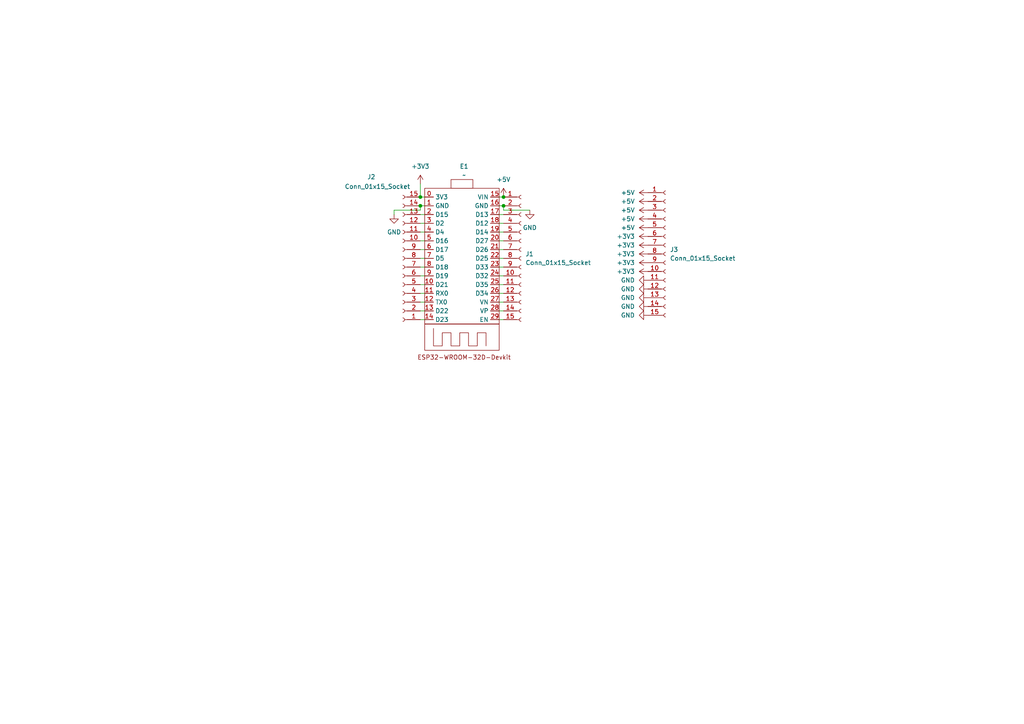
<source format=kicad_sch>
(kicad_sch (version 20250114) (generator "eeschema") (generator_version "9.0")
  (paper "A4")
  (lib_symbols
    (symbol "Connector:Conn_01x15_Socket" (pin_names (offset 1.016) (hide yes))
      (property "Reference" "J" (at 0 20.32 0))
      (property "Value" "Conn_01x15_Socket" (at 0 -20.32 0))
      (symbol "Conn_01x15_Socket_1_1"
        (polyline (pts (xy -1.27 17.78) (xy -0.508 17.78)) (stroke (width 0.1524)))
        (polyline (pts (xy -1.27 15.24) (xy -0.508 15.24)) (stroke (width 0.1524)))
        (polyline (pts (xy -1.27 12.7) (xy -0.508 12.7)) (stroke (width 0.1524)))
        (polyline (pts (xy -1.27 10.16) (xy -0.508 10.16)) (stroke (width 0.1524)))
        (polyline (pts (xy -1.27 7.62) (xy -0.508 7.62)) (stroke (width 0.1524)))
        (polyline (pts (xy -1.27 5.08) (xy -0.508 5.08)) (stroke (width 0.1524)))
        (polyline (pts (xy -1.27 2.54) (xy -0.508 2.54)) (stroke (width 0.1524)))
        (polyline (pts (xy -1.27 0) (xy -0.508 0)) (stroke (width 0.1524)))
        (polyline (pts (xy -1.27 -2.54) (xy -0.508 -2.54)) (stroke (width 0.1524)))
        (polyline (pts (xy -1.27 -5.08) (xy -0.508 -5.08)) (stroke (width 0.1524)))
        (polyline (pts (xy -1.27 -7.62) (xy -0.508 -7.62)) (stroke (width 0.1524)))
        (polyline (pts (xy -1.27 -10.16) (xy -0.508 -10.16)) (stroke (width 0.1524)))
        (polyline (pts (xy -1.27 -12.7) (xy -0.508 -12.7)) (stroke (width 0.1524)))
        (polyline (pts (xy -1.27 -15.24) (xy -0.508 -15.24)) (stroke (width 0.1524)))
        (polyline (pts (xy -1.27 -17.78) (xy -0.508 -17.78)) (stroke (width 0.1524)))
        (arc (start 0 17.272) (mid -0.5058 17.78) (end 0 18.288) (stroke (width 0.1524)))
        (arc (start 0 14.732) (mid -0.5058 15.24) (end 0 15.748) (stroke (width 0.1524)))
        (arc (start 0 12.192) (mid -0.5058 12.7) (end 0 13.208) (stroke (width 0.1524)))
        (arc (start 0 9.652) (mid -0.5058 10.16) (end 0 10.668) (stroke (width 0.1524)))
        (arc (start 0 7.112) (mid -0.5058 7.62) (end 0 8.128) (stroke (width 0.1524)))
        (arc (start 0 4.572) (mid -0.5058 5.08) (end 0 5.588) (stroke (width 0.1524)))
        (arc (start 0 2.032) (mid -0.5058 2.54) (end 0 3.048) (stroke (width 0.1524)))
        (arc (start 0 -0.508) (mid -0.5058 0) (end 0 0.508) (stroke (width 0.1524)))
        (arc (start 0 -3.048) (mid -0.5058 -2.54) (end 0 -2.032) (stroke (width 0.1524)))
        (arc (start 0 -5.588) (mid -0.5058 -5.08) (end 0 -4.572) (stroke (width 0.1524)))
        (arc (start 0 -8.128) (mid -0.5058 -7.62) (end 0 -7.112) (stroke (width 0.1524)))
        (arc (start 0 -10.668) (mid -0.5058 -10.16) (end 0 -9.652) (stroke (width 0.1524)))
        (arc (start 0 -13.208) (mid -0.5058 -12.7) (end 0 -12.192) (stroke (width 0.1524)))
        (arc (start 0 -15.748) (mid -0.5058 -15.24) (end 0 -14.732) (stroke (width 0.1524)))
        (arc (start 0 -18.288) (mid -0.5058 -17.78) (end 0 -17.272) (stroke (width 0.1524)))
        (pin passive line (at -5.08 17.78 0) (length 3.81) (name "Pin_1") (number "1"))
        (pin passive line (at -5.08 15.24 0) (length 3.81) (name "Pin_2") (number "2"))
        (pin passive line (at -5.08 12.7 0) (length 3.81) (name "Pin_3") (number "3"))
        (pin passive line (at -5.08 10.16 0) (length 3.81) (name "Pin_4") (number "4"))
        (pin passive line (at -5.08 7.62 0) (length 3.81) (name "Pin_5") (number "5"))
        (pin passive line (at -5.08 5.08 0) (length 3.81) (name "Pin_6") (number "6"))
        (pin passive line (at -5.08 2.54 0) (length 3.81) (name "Pin_7") (number "7"))
        (pin passive line (at -5.08 0 0) (length 3.81) (name "Pin_8") (number "8"))
        (pin passive line (at -5.08 -2.54 0) (length 3.81) (name "Pin_9") (number "9"))
        (pin passive line (at -5.08 -5.08 0) (length 3.81) (name "Pin_10") (number "10"))
        (pin passive line (at -5.08 -7.62 0) (length 3.81) (name "Pin_11") (number "11"))
        (pin passive line (at -5.08 -10.16 0) (length 3.81) (name "Pin_12") (number "12"))
        (pin passive line (at -5.08 -12.7 0) (length 3.81) (name "Pin_13") (number "13"))
        (pin passive line (at -5.08 -15.24 0) (length 3.81) (name "Pin_14") (number "14"))
        (pin passive line (at -5.08 -17.78 0) (length 3.81) (name "Pin_15") (number "15"))
      )
    )
    (symbol "ESP32-WROOM-32D-Devkit:ESP32-WROOM-32D-Devkit"
      (property "Reference" "E" (at 11.43 -0.508 0))
      (symbol "ESP32-WROOM-32D-Devkit_0_1"
        (rectangle (start 0 48.26) (end 21.59 8.89))
        (rectangle (start 0 8.89) (end 21.59 1.27))
        (polyline (pts (xy 2.54 7.62) (xy 2.54 2.54) (xy 5.08 2.54) (xy 5.08 6.35) (xy 7.62 6.35) (xy 7.62 2.54) (xy 10.16 2.54) (xy 10.16 6.35) (xy 12.7 6.35) (xy 12.7 2.54) (xy 15.24 2.54) (xy 15.24 6.35) (xy 17.78 6.35) (xy 17.78 2.54)))
        (rectangle (start 7.62 48.26) (end 13.97 50.8))
      )
      (symbol "ESP32-WROOM-32D-Devkit_1_1"
        (text "ESP32-WROOM-32D-Devkit" (at 11.43 -0.762 0) (effects (font (size 1.27 1.27))))
        (pin power_out line (at 0 45.72 0) (length 2.54) (name "3V3") (number "0"))
        (pin power_in line (at 0 43.18 0) (length 2.54) (name "GND") (number "1"))
        (pin bidirectional line (at 0 40.64 0) (length 2.54) (name "D15") (number "2"))
        (pin bidirectional line (at 0 38.1 0) (length 2.54) (name "D2") (number "3"))
        (pin bidirectional line (at 0 35.56 0) (length 2.54) (name "D4") (number "4"))
        (pin bidirectional line (at 0 33.02 0) (length 2.54) (name "D16") (number "5"))
        (pin bidirectional line (at 0 30.48 0) (length 2.54) (name "D17") (number "6"))
        (pin bidirectional line (at 0 27.94 0) (length 2.54) (name "D5") (number "7"))
        (pin bidirectional line (at 0 25.4 0) (length 2.54) (name "D18") (number "8"))
        (pin bidirectional line (at 0 22.86 0) (length 2.54) (name "D19") (number "9"))
        (pin bidirectional line (at 0 20.32 0) (length 2.54) (name "D21") (number "10"))
        (pin bidirectional line (at 0 17.78 0) (length 2.54) (name "RX0") (number "11"))
        (pin bidirectional line (at 0 15.24 0) (length 2.54) (name "TX0") (number "12"))
        (pin bidirectional line (at 0 12.7 0) (length 2.54) (name "D22") (number "13"))
        (pin bidirectional line (at 0 10.16 0) (length 2.54) (name "D23") (number "14"))
        (pin power_out line (at 21.59 45.72 180) (length 2.54) (name "VIN") (number "15"))
        (pin power_in line (at 21.59 43.18 180) (length 2.54) (name "GND") (number "16"))
        (pin bidirectional line (at 21.59 40.64 180) (length 2.54) (name "D13") (number "17"))
        (pin bidirectional line (at 21.59 38.1 180) (length 2.54) (name "D12") (number "18"))
        (pin bidirectional line (at 21.59 35.56 180) (length 2.54) (name "D14") (number "19"))
        (pin bidirectional line (at 21.59 33.02 180) (length 2.54) (name "D27") (number "20"))
        (pin bidirectional line (at 21.59 30.48 180) (length 2.54) (name "D26") (number "21"))
        (pin bidirectional line (at 21.59 27.94 180) (length 2.54) (name "D25") (number "22"))
        (pin bidirectional line (at 21.59 25.4 180) (length 2.54) (name "D33") (number "23"))
        (pin bidirectional line (at 21.59 22.86 180) (length 2.54) (name "D32") (number "24"))
        (pin bidirectional line (at 21.59 20.32 180) (length 2.54) (name "D35") (number "25"))
        (pin bidirectional line (at 21.59 17.78 180) (length 2.54) (name "D34") (number "26"))
        (pin bidirectional line (at 21.59 15.24 180) (length 2.54) (name "VN") (number "27"))
        (pin bidirectional line (at 21.59 12.7 180) (length 2.54) (name "VP") (number "28"))
        (pin bidirectional line (at 21.59 10.16 180) (length 2.54) (name "EN") (number "29"))
      )
    )
    (symbol "power:+3V3" (power) (pin_names (offset 0))
      (property "Value" "+3V3" (at 0 3.556 0))
      (symbol "+3V3_0_1"
        (polyline (pts (xy -0.762 1.27) (xy 0 2.54)))
        (polyline (pts (xy 0 2.54) (xy 0.762 1.27)))
        (polyline (pts (xy 0 0) (xy 0 2.54)))
      )
      (symbol "+3V3_1_1"
        (pin power_in line (at 0 0 90) (length 0) (hide yes) (name "+3V3") (number "1"))
      )
    )
    (symbol "power:+5V" (power) (pin_names (offset 0))
      (property "Value" "+5V" (at 0 3.556 0))
      (symbol "+5V_0_1"
        (polyline (pts (xy -0.762 1.27) (xy 0 2.54)))
        (polyline (pts (xy 0 2.54) (xy 0.762 1.27)))
        (polyline (pts (xy 0 0) (xy 0 2.54)))
      )
      (symbol "+5V_1_1"
        (pin power_in line (at 0 0 90) (length 0) (hide yes) (name "+5V") (number "1"))
      )
    )
    (symbol "power:GND" (power) (pin_names (offset 0))
      (property "Value" "GND" (at 0 -3.81 0))
      (symbol "GND_0_1"
        (polyline (pts (xy 0 0) (xy 0 -1.27) (xy 1.27 -1.27) (xy 0 -2.54) (xy -1.27 -1.27) (xy 0 -1.27)))
      )
      (symbol "GND_1_1"
        (pin power_in line (at 0 0 270) (length 0) (hide yes) (name "GND") (number "1"))
      )
    )
  )
  (junction (at 121.92 57.15))
  (junction (at 146.05 57.15))
  (junction (at 121.92 59.69))
  (junction (at 146.05 59.69))
  (wire (pts (xy 121.92 67.31) (xy 123.19 67.31)))
  (wire (pts (xy 121.92 59.69) (xy 123.19 59.69)))
  (wire (pts (xy 121.92 77.47) (xy 123.19 77.47)))
  (wire (pts (xy 121.92 69.85) (xy 123.19 69.85)))
  (wire (pts (xy 146.05 92.71) (xy 144.78 92.71)))
  (wire (pts (xy 146.05 90.17) (xy 144.78 90.17)))
  (wire (pts (xy 146.05 85.09) (xy 144.78 85.09)))
  (wire (pts (xy 146.05 74.93) (xy 144.78 74.93)))
  (wire (pts (xy 121.92 62.23) (xy 123.19 62.23)))
  (wire (pts (xy 121.92 72.39) (xy 123.19 72.39)))
  (wire (pts (xy 121.92 53.34) (xy 121.92 57.15)))
  (wire (pts (xy 121.92 80.01) (xy 123.19 80.01)))
  (wire (pts (xy 146.05 64.77) (xy 144.78 64.77)))
  (wire (pts (xy 146.05 67.31) (xy 144.78 67.31)))
  (wire (pts (xy 121.92 74.93) (xy 123.19 74.93)))
  (wire (pts (xy 146.05 80.01) (xy 144.78 80.01)))
  (wire (pts (xy 146.05 82.55) (xy 144.78 82.55)))
  (wire (pts (xy 121.92 57.15) (xy 123.19 57.15)))
  (wire (pts (xy 121.92 92.71) (xy 123.19 92.71)))
  (wire (pts (xy 146.05 72.39) (xy 144.78 72.39)))
  (wire (pts (xy 146.05 87.63) (xy 144.78 87.63)))
  (wire (pts (xy 121.92 87.63) (xy 123.19 87.63)))
  (wire (pts (xy 146.05 69.85) (xy 144.78 69.85)))
  (wire (pts (xy 114.3 60.96) (xy 121.92 60.96)))
  (wire (pts (xy 121.92 90.17) (xy 123.19 90.17)))
  (wire (pts (xy 121.92 82.55) (xy 123.19 82.55)))
  (wire (pts (xy 146.05 77.47) (xy 144.78 77.47)))
  (wire (pts (xy 121.92 64.77) (xy 123.19 64.77)))
  (wire (pts (xy 121.92 85.09) (xy 123.19 85.09)))
  (wire (pts (xy 146.05 57.15) (xy 144.78 57.15)))
  (wire (pts (xy 146.05 59.69) (xy 144.78 59.69)))
  (wire (pts (xy 146.05 60.96) (xy 153.67 60.96)))
  (wire (pts (xy 146.05 62.23) (xy 144.78 62.23)))
  (wire (pts (xy 121.92 60.96) (xy 121.92 59.69)))
  (wire (pts (xy 114.3 62.23) (xy 114.3 60.96)))
  (wire (pts (xy 146.05 59.69) (xy 146.05 60.96)))
  (symbol (lib_id "power:+5V") (at 187.96 66.04 90) (unit 1)
    (property "Reference" "#PWR08" (effects (hide yes)))
    (property "Value" "+5V" (at 184.15 66.0399 90) (effects (justify left)))
    (property "Description" "Power symbol creates a global label with name \"+5V\"" (effects (hide yes)))
  )
  (symbol (lib_id "power:GND") (at 187.96 91.44 270) (unit 1)
    (property "Reference" "#PWR018" (effects (hide yes)))
    (property "Value" "GND" (at 184.15 91.4399 90) (effects (justify right)))
    (property "Description" "Power symbol creates a global label with name \"GND\" , ground" (effects (hide yes)))
  )
  (symbol (lib_id "power:+5V") (at 187.96 58.42 90) (unit 1)
    (property "Reference" "#PWR05" (effects (hide yes)))
    (property "Value" "+5V" (at 184.15 58.4199 90) (effects (justify left)))
    (property "Description" "Power symbol creates a global label with name \"+5V\"" (effects (hide yes)))
  )
  (symbol (lib_id "power:+5V") (at 187.96 63.5 90) (unit 1)
    (property "Reference" "#PWR07" (effects (hide yes)))
    (property "Value" "+5V" (at 184.15 63.4999 90) (effects (justify left)))
    (property "Description" "Power symbol creates a global label with name \"+5V\"" (effects (hide yes)))
  )
  (symbol (lib_id "Connector:Conn_01x15_Socket") (at 116.84 74.93 180) (unit 1)
    (property "Reference" "J2" (at 107.696 51.308 0))
    (property "Value" "Conn_01x15_Socket" (at 109.474 54.102 0))
    (property "Footprint" "Connector_PinSocket_2.54mm:PinSocket_1x15_P2.54mm_Vertical" (effects (hide yes)))
    (property "Description" "Generic connector, single row, 01x15, script generated" (effects (hide yes)))
  )
  (symbol (lib_id "power:+5V") (at 187.96 60.96 90) (unit 1)
    (property "Reference" "#PWR06" (effects (hide yes)))
    (property "Value" "+5V" (at 184.15 60.9599 90) (effects (justify left)))
    (property "Description" "Power symbol creates a global label with name \"+5V\"" (effects (hide yes)))
  )
  (symbol (lib_id "power:GND") (at 187.96 86.36 270) (unit 1)
    (property "Reference" "#PWR016" (effects (hide yes)))
    (property "Value" "GND" (at 184.15 86.3599 90) (effects (justify right)))
    (property "Description" "Power symbol creates a global label with name \"GND\" , ground" (effects (hide yes)))
  )
  (symbol (lib_id "power:+3V3") (at 187.96 76.2 90) (unit 1)
    (property "Reference" "#PWR012" (effects (hide yes)))
    (property "Value" "+3V3" (at 184.15 76.1999 90) (effects (justify left)))
    (property "Description" "Power symbol creates a global label with name \"+3V3\"" (effects (hide yes)))
  )
  (symbol (lib_id "power:GND") (at 187.96 88.9 270) (unit 1)
    (property "Reference" "#PWR017" (effects (hide yes)))
    (property "Value" "GND" (at 184.15 88.8999 90) (effects (justify right)))
    (property "Description" "Power symbol creates a global label with name \"GND\" , ground" (effects (hide yes)))
  )
  (symbol (lib_id "power:GND") (at 114.3 62.23 0) (unit 1)
    (property "Reference" "#PWR02" (effects (hide yes)))
    (property "Value" "GND" (at 114.3 67.31 0))
    (property "Description" "Power symbol creates a global label with name \"GND\" , ground" (effects (hide yes)))
  )
  (symbol (lib_id "power:GND") (at 153.67 60.96 0) (unit 1)
    (property "Reference" "#PWR019" (effects (hide yes)))
    (property "Value" "GND" (at 153.67 66.04 0))
    (property "Description" "Power symbol creates a global label with name \"GND\" , ground" (effects (hide yes)))
  )
  (symbol (lib_id "power:GND") (at 187.96 83.82 270) (unit 1)
    (property "Reference" "#PWR015" (effects (hide yes)))
    (property "Value" "GND" (at 184.15 83.8199 90) (effects (justify right)))
    (property "Description" "Power symbol creates a global label with name \"GND\" , ground" (effects (hide yes)))
  )
  (symbol (lib_id "power:+5V") (at 146.05 57.15 0) (unit 1)
    (property "Reference" "#PWR03" (effects (hide yes)))
    (property "Value" "+5V" (at 146.05 52.07 0))
    (property "Description" "Power symbol creates a global label with name \"+5V\"" (effects (hide yes)))
  )
  (symbol (lib_id "power:GND") (at 187.96 81.28 270) (unit 1)
    (property "Reference" "#PWR014" (effects (hide yes)))
    (property "Value" "GND" (at 184.15 81.2799 90) (effects (justify right)))
    (property "Description" "Power symbol creates a global label with name \"GND\" , ground" (effects (hide yes)))
  )
  (symbol (lib_id "power:+5V") (at 187.96 55.88 90) (unit 1)
    (property "Reference" "#PWR04" (effects (hide yes)))
    (property "Value" "+5V" (at 184.15 55.8799 90) (effects (justify left)))
    (property "Description" "Power symbol creates a global label with name \"+5V\"" (effects (hide yes)))
  )
  (symbol (lib_id "Connector:Conn_01x15_Socket") (at 193.04 73.66 0) (unit 1)
    (property "Reference" "J3" (at 194.31 72.3899 0) (effects (justify left)))
    (property "Value" "Conn_01x15_Socket" (at 194.31 74.9299 0) (effects (justify left)))
    (property "Footprint" "Connector_PinSocket_2.54mm:PinSocket_1x15_P2.54mm_Vertical" (effects (hide yes)))
    (property "Description" "Generic connector, single row, 01x15, script generated" (effects (hide yes)))
  )
  (symbol (lib_id "power:+3V3") (at 187.96 73.66 90) (unit 1)
    (property "Reference" "#PWR011" (effects (hide yes)))
    (property "Value" "+3V3" (at 184.15 73.6599 90) (effects (justify left)))
    (property "Description" "Power symbol creates a global label with name \"+3V3\"" (effects (hide yes)))
  )
  (symbol (lib_id "power:+3V3") (at 187.96 68.58 90) (unit 1)
    (property "Reference" "#PWR09" (effects (hide yes)))
    (property "Value" "+3V3" (at 184.15 68.5799 90) (effects (justify left)))
    (property "Description" "Power symbol creates a global label with name \"+3V3\"" (effects (hide yes)))
  )
  (symbol (lib_id "power:+3V3") (at 187.96 71.12 90) (unit 1)
    (property "Reference" "#PWR010" (effects (hide yes)))
    (property "Value" "+3V3" (at 184.15 71.1199 90) (effects (justify left)))
    (property "Description" "Power symbol creates a global label with name \"+3V3\"" (effects (hide yes)))
  )
  (symbol (lib_id "power:+3V3") (at 121.92 53.34 0) (unit 1)
    (property "Reference" "#PWR01" (effects (hide yes)))
    (property "Value" "+3V3" (at 121.92 48.26 0))
    (property "Description" "Power symbol creates a global label with name \"+3V3\"" (effects (hide yes)))
  )
  (symbol (lib_id "power:+3V3") (at 187.96 78.74 90) (unit 1)
    (property "Reference" "#PWR013" (effects (hide yes)))
    (property "Value" "+3V3" (at 184.15 78.7399 90) (effects (justify left)))
    (property "Description" "Power symbol creates a global label with name \"+3V3\"" (effects (hide yes)))
  )
  (symbol (lib_id "ESP32-WROOM-32D-Devkit:ESP32-WROOM-32D-Devkit") (at 123.19 102.87 0) (unit 1)
    (property "Reference" "E1" (at 134.62 48.26 0))
    (property "Value" "~" (at 134.62 50.8 0))
    (property "Footprint" "ESP32-WROOM-32D-Devkit:ESP32-WROOM-32D-Devkit" (effects (hide yes)))
  )
  (symbol (lib_id "Connector:Conn_01x15_Socket") (at 151.13 74.93 0) (unit 1)
    (property "Reference" "J1" (at 152.4 73.6599 0) (effects (justify left)))
    (property "Value" "Conn_01x15_Socket" (at 152.4 76.1999 0) (effects (justify left)))
    (property "Footprint" "Connector_PinSocket_2.54mm:PinSocket_1x15_P2.54mm_Vertical" (effects (hide yes)))
    (property "Description" "Generic connector, single row, 01x15, script generated" (effects (hide yes)))
  )
)
</source>
